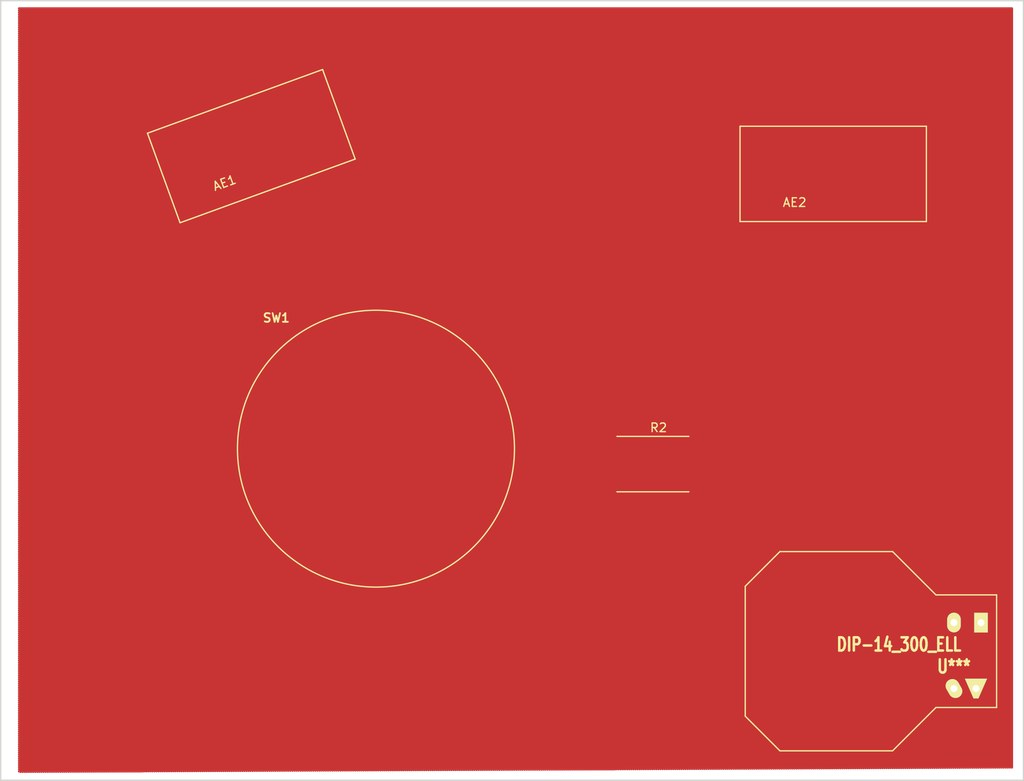
<source format=kicad_pcb>
(kicad_pcb (version 20171130) (host pcbnew 5.1.5-52549c5~84~ubuntu18.04.1)
  (layers (0 F.Cu signal) (31 B.Cu signal) (34 B.Paste user) (35 F.Paste user) (36 B.SilkS user) (37 F.SilkS user) (38 B.Mask user) (39 F.Mask user) (44 Edge.Cuts user))
  (net 0 "")
  (net 1 /PAD2)
  (net 2 /PAD1)
  (net 3 GND)
  (module Dip_sockets:DIP-14__300_ELL (layer F.Cu) (at 165.9 123.6 180)
    (fp_text reference U*** (at -5.08 -1.27 180) (layer F.SilkS) (effects (font (size 1.524 1.143) (thickness 0.3048))))
    (fp_text value DIP-14_300_ELL (at 1.27 1.27 180) (layer F.SilkS) (effects (font (size 1.524 1.143) (thickness 0.3048))))
    (fp_line (start -9 -6) (end -3 -6) (layer F.SilkS) (width 0.15))
    (fp_line (start -3 -6) (end 2 -11) (layer F.SilkS) (width 0.15))
    (fp_line (start 2 -11) (end 15 -11) (layer F.SilkS) (width 0.15))
    (fp_line (start 15 -11) (end 19 -7) (layer F.SilkS) (width 0.15))
    (fp_line (start 19 -7) (end 19 8) (layer F.SilkS) (width 0.15))
    (fp_line (start 19 8) (end 15 12) (layer F.SilkS) (width 0.15))
    (fp_line (start 15 12) (end 2 12) (layer F.SilkS) (width 0.15))
    (fp_line (start 2 12) (end -3 7) (layer F.SilkS) (width 0.15))
    (fp_line (start -3 7) (end -10 7) (layer F.SilkS) (width 0.15))
    (fp_line (start -10 7) (end -10 -6) (layer F.SilkS) (width 0.15))
    (fp_line (start -10 -6) (end -9 -6) (layer F.SilkS) (width 0.15))
    (pad 3 thru_hole trapezoid (at -7.62 -3.81 180) (size 1.5748 2.286) (rect_delta 0 1) (drill 0.8128) (layers *.Cu *.Mask F.SilkS))
    (pad 4 thru_hole oval (at -5.08 -3.81 210) (size 1.5748 2.286) (drill 0.8128) (layers *.Cu *.Mask F.SilkS))
    (pad 5 connect custom (at 8 10 180) (size 1 1) (layers F.Cu F.Mask) (options (clearance outline) (anchor circle)) (primitives (gr_circle (center 0 -10) (end 2.5 -10) (width 1)) (gr_circle (center 0 -10) (end 5 -10) (width 1)) (gr_circle (center 0 -10) (end 7.5 -10) (width 1)) (gr_circle (center 0 -10) (end 10 -10) (width 1)) (gr_line (start 0 0) (end 0 -7.5) (width 1))))
    (pad 2 thru_hole oval (at -5.08 3.81 180) (size 1.5748 2.286) (drill 0.8128) (layers *.Cu *.Mask F.SilkS))
    (pad 1 thru_hole rect (at -8.2 3.8 180) (size 1.5748 2.286) (drill 0.8128) (layers *.Cu *.Mask F.SilkS))
  )
  (module Discret:C2 (layer F.Cu) (at 104.299 99.72)
    (fp_text reference SW1 (at -11.5 -15.1) (layer F.SilkS) (effects (font (thickness 0.2))))
    (fp_text value R hide)
    (fp_circle (center 0 0) (end 11.3 -11.3) (layer F.SilkS) (width 0.15))
    (pad 2 connect custom (at 10.509 -0.025 270) (size 3 3) (layers F.Cu F.Mask) (net 1 /PAD2) (options (clearance outline) (anchor circle)) (primitives (gr_line (start 3 0.5) (end 3 17) (width 2)) (gr_line (start -3 0.5) (end -3 17) (width 2)) (gr_arc (start 0 9.9) (end -9.9 7.9) (angle 140) (width 2)) (gr_arc (start 0 9.9) (end -15 7.9) (angle 165) (width 2)) (gr_line (start 0 0) (end 0 -5) (width 2))))
    (pad 1 connect custom (at -11.081 -0.025 90) (size 1.397 1.397) (layers F.Cu F.Mask) (net 2 /PAD1) (options (clearance convexhull) (anchor rect)) (primitives (gr_line (start 6 1.9) (end 6 13.9) (width 2)) (gr_line (start -6 1.9) (end -6 13.9) (width 2)) (gr_line (start 0 -0.1) (end 0 18) (width 2)) (gr_arc (start 0 9.9) (end -9.9 7.9) (angle 156.7) (width 2))))
  )
  (module Connect:1pin (layer F.Cu) (at 166.3 72.5)
    (fp_text reference AE2 (at -13.7 -1.2) (layer F.SilkS))
    (fp_text value Antenna)
    (fp_line (start -20 -10) (end 1.5 -10) (layer F.SilkS) (width 0.15))
    (fp_line (start 1.5 -10) (end 1.5 1) (layer F.SilkS) (width 0.15))
    (fp_line (start 1.5 1) (end -20 1) (layer F.SilkS) (width 0.15))
    (fp_line (start -20 1) (end -20 -10) (layer F.SilkS) (width 0.15))
    (pad 1 smd custom (at 0 0) (size 1 1) (layers F.Cu F.Paste F.Mask) (net 3 GND) (options (clearance outline) (anchor circle)) (primitives (gr_line (start -0.4928 -8.5) (end -0.4928 0.5) (width 0.1)) (gr_line (start -6.4928 -8.5) (end -0.4928 -8.5) (width 0.1)) (gr_line (start -6.4928 0.5) (end -6.4928 -8.5) (width 0.1)) (gr_line (start -7.4928 0.5) (end -6.4928 0.5) (width 0.1)) (gr_line (start -7.4928 -8.5) (end -7.4928 0.5) (width 0.1)) (gr_line (start -9.4928 -8.5) (end -7.4928 -8.5) (width 0.1)) (gr_line (start -9.4928 -4.5) (end -9.4928 -8.5) (width 0.1)) (gr_line (start -12.4928 -4.5) (end -9.4928 -4.5) (width 0.1)) (gr_line (start -12.4928 -8.5) (end -12.4928 -4.5) (width 0.1)) (gr_line (start -13.4928 -8.5) (end -12.4928 -8.5) (width 0.1)) (gr_line (start -13.4928 -4.5) (end -13.4928 -8.5) (width 0.1)) (gr_line (start -16.4928 -4.5) (end -13.4928 -4.5) (width 0.1)) (gr_line (start -16.4928 -8.5) (end -16.4928 -4.5) (width 0.1)) (gr_line (start -17.4928 -8.5) (end -16.4928 -8.5) (width 0.1)) (gr_line (start -17.4928 -4.5) (end -17.4928 -8.5) (width 0.1)) (gr_line (start -19.4928 -4.5) (end -17.4928 -4.5) (width 0.1)) (gr_line (start -19.4928 -9.5) (end -19.4928 -4.5) (width 0.1)) (gr_line (start -15.4928 -9.5) (end -19.4928 -9.5) (width 0.1)) (gr_line (start -15.4928 -5.5) (end -15.4928 -9.5) (width 0.1)) (gr_line (start -14.4928 -5.5) (end -15.4928 -5.5) (width 0.1)) (gr_line (start -14.4928 -9.5) (end -14.4928 -5.5) (width 0.1)) (gr_line (start -11.4928 -9.5) (end -14.4928 -9.5) (width 0.1)) (gr_line (start -11.4928 -5.5) (end -11.4928 -9.5) (width 0.1)) (gr_line (start -10.4928 -5.5) (end -11.4928 -5.5) (width 0.1)) (gr_line (start -10.4928 -9.5) (end -10.4928 -5.5) (width 0.1)) (gr_line (start 0.5072 -9.5) (end -10.4928 -9.5) (width 0.1)) (gr_line (start 0.5072 0.5) (end 0.5072 -9.5) (width 0.1)) (gr_line (start -0.4928 0.5) (end 0.5072 0.5) (width 0.1))))
  )
  (module Connect:1pin (layer F.Cu) (at 100.15 65.86 20)
    (fp_text reference AE1 (at -13.619 -1.567 20) (layer F.SilkS))
    (fp_text value Antenna)
    (fp_line (start -20 -10) (end 1.5 -10) (layer F.SilkS) (width 0.15))
    (fp_line (start 1.5 -10) (end 1.5 1) (layer F.SilkS) (width 0.15))
    (fp_line (start 1.5 1) (end -20 1) (layer F.SilkS) (width 0.15))
    (fp_line (start -20 1) (end -20 -10) (layer F.SilkS) (width 0.15))
    (pad 1 connect custom (at 0 0 20) (size 1 1) (layers F.Cu F.Mask) (net 3 GND) (options (clearance outline) (anchor circle)) (primitives (gr_poly (pts (xy 0.5 0.4) (xy 0.5 -9.6) (xy -10.5 -9.6) (xy -10.5 -5.6) (xy -11.5 -5.6) (xy -11.5 -9.6) (xy -14.5 -9.6) (xy -14.5 -5.6) (xy -15.5 -5.6) (xy -15.5 -9.6) (xy -19.5 -9.6) (xy -19.5 -4.6) (xy -17.5 -4.6) (xy -17.5 -8.6) (xy -16.5 -8.6) (xy -16.5 -4.6) (xy -13.5 -4.6) (xy -13.5 -8.6) (xy -12.5 -8.6) (xy -12.5 -4.6) (xy -9.5 -4.6) (xy -9.5 -8.6) (xy -7.5 -8.6) (xy -7.5 0.4) (xy -6.5 0.4) (xy -6.5 -8.6) (xy -0.5 -8.6) (xy -0.5 0.4)) (width 0))))
  )
  (module Diodes_SMD:DO-214AB (layer F.Cu) (at 136.9 101.5)
    (fp_text reference R2 (at 0 -4.2) (layer F.SilkS))
    (fp_text value R)
    (fp_line (start 3.5 3.2) (end -4.8 3.2) (layer F.SilkS) (width 0.15))
    (fp_line (start -4.8 -3.2) (end 3.5 -3.2) (layer F.SilkS) (width 0.15))
    (pad 1 smd roundrect (at -3.6 0) (size 2.6 3.2) (layers F.Cu F.Paste F.Mask) (roundrect_rratio 0.1) (net 2 /PAD1))
    (pad 2 smd circle (at 3.048 -1.524) (size 2.6 2.6) (layers F.Cu F.Paste F.Mask) (net 1 /PAD2))
  )
  (gr_text Test (at 159.3 91.4) (layer F.Cu) (effects (font (size 1.524 1.524) (thickness 0.381))))
  (gr_line (start 61 138) (end 61 48) (angle 90) (layer Edge.Cuts) (width 0.15))
  (gr_line (start 179 138) (end 61 138) (angle 90) (layer Edge.Cuts) (width 0.15))
  (gr_line (start 179 48) (end 179 138) (angle 90) (layer Edge.Cuts) (width 0.15))
  (gr_line (start 61 48) (end 179 48) (angle 90) (layer Edge.Cuts) (width 0.15))
  (segment (start 139.948 99.976) (end 139.2246 99.2526) (width 0.4) (layer F.Cu) (net 1))
  (segment (start 139.2246 99.2526) (end 115.2504 99.2526) (width 0.4) (layer F.Cu) (net 1))
  (segment (start 115.2504 99.2526) (end 114.808 99.695) (width 0.4) (layer F.Cu) (net 1))
  (segment (start 133.3 101.5) (end 118.4632 116.3368) (width 0.4) (layer F.Cu) (net 2))
  (segment (start 118.4632 116.3368) (end 106.1209 116.3368) (width 0.4) (layer F.Cu) (net 2))
  (segment (start 106.1209 116.3368) (end 93.218 103.4339) (width 0.4) (layer F.Cu) (net 2))
  (segment (start 93.218 103.4339) (end 93.218 99.695) (width 0.4) (layer F.Cu) (net 2))
  (zone (net 3) (net_name GND) (layer F.Cu) (connect_pads (clearance 0.5)) (min_thickness 0.254) (fill (mode segment) (arc_segments 16) (thermal_gap 0.508) (thermal_bridge_width 0.508))
    (polygon (pts (xy 62.992 48.768) (xy 177.8 48.768) (xy 177.8 136.652) (xy 62.992 137.16)))
  )
)
</source>
